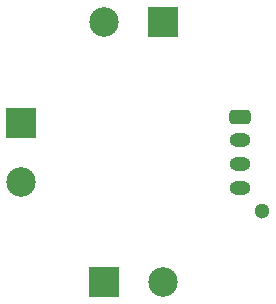
<source format=gbr>
%TF.GenerationSoftware,KiCad,Pcbnew,8.0.5*%
%TF.CreationDate,2024-10-03T09:22:46-06:00*%
%TF.ProjectId,mini_ac,6d696e69-5f61-4632-9e6b-696361645f70,rev?*%
%TF.SameCoordinates,Original*%
%TF.FileFunction,Soldermask,Bot*%
%TF.FilePolarity,Negative*%
%FSLAX46Y46*%
G04 Gerber Fmt 4.6, Leading zero omitted, Abs format (unit mm)*
G04 Created by KiCad (PCBNEW 8.0.5) date 2024-10-03 09:22:46*
%MOMM*%
%LPD*%
G01*
G04 APERTURE LIST*
G04 Aperture macros list*
%AMRoundRect*
0 Rectangle with rounded corners*
0 $1 Rounding radius*
0 $2 $3 $4 $5 $6 $7 $8 $9 X,Y pos of 4 corners*
0 Add a 4 corners polygon primitive as box body*
4,1,4,$2,$3,$4,$5,$6,$7,$8,$9,$2,$3,0*
0 Add four circle primitives for the rounded corners*
1,1,$1+$1,$2,$3*
1,1,$1+$1,$4,$5*
1,1,$1+$1,$6,$7*
1,1,$1+$1,$8,$9*
0 Add four rect primitives between the rounded corners*
20,1,$1+$1,$2,$3,$4,$5,0*
20,1,$1+$1,$4,$5,$6,$7,0*
20,1,$1+$1,$6,$7,$8,$9,0*
20,1,$1+$1,$8,$9,$2,$3,0*%
G04 Aperture macros list end*
%ADD10C,1.300000*%
%ADD11RoundRect,0.250000X-0.650000X0.350000X-0.650000X-0.350000X0.650000X-0.350000X0.650000X0.350000X0*%
%ADD12O,1.800000X1.200000*%
%ADD13R,2.500000X2.500000*%
%ADD14C,2.500000*%
G04 APERTURE END LIST*
D10*
%TO.C,J4*%
X124900000Y-93500000D03*
D11*
X123000000Y-85500000D03*
D12*
X123000000Y-87500000D03*
X123000000Y-89500000D03*
X123000000Y-91500000D03*
%TD*%
D13*
%TO.C,peltier left positive*%
X104500000Y-86000000D03*
D14*
X104500000Y-91000000D03*
%TD*%
D13*
%TO.C,battery2*%
X111500000Y-99500000D03*
D14*
X116500000Y-99500000D03*
%TD*%
D13*
%TO.C,power in*%
X116500000Y-77500000D03*
D14*
X111500000Y-77500000D03*
%TD*%
M02*

</source>
